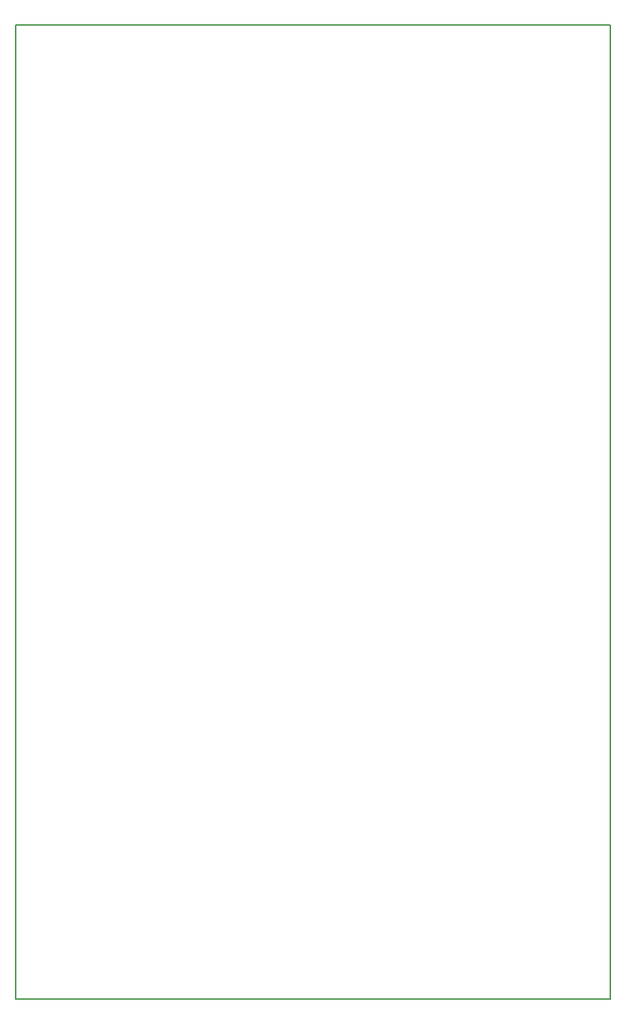
<source format=gbo>
G04 MADE WITH FRITZING*
G04 WWW.FRITZING.ORG*
G04 DOUBLE SIDED*
G04 HOLES PLATED*
G04 CONTOUR ON CENTER OF CONTOUR VECTOR*
%ASAXBY*%
%FSLAX23Y23*%
%MOIN*%
%OFA0B0*%
%SFA1.0B1.0*%
%ADD10R,2.787520X4.555870X2.771520X4.539870*%
%ADD11C,0.008000*%
%LNSILK0*%
G90*
G70*
G54D11*
X4Y4552D02*
X2784Y4552D01*
X2784Y4D01*
X4Y4D01*
X4Y4552D01*
D02*
G04 End of Silk0*
M02*
</source>
